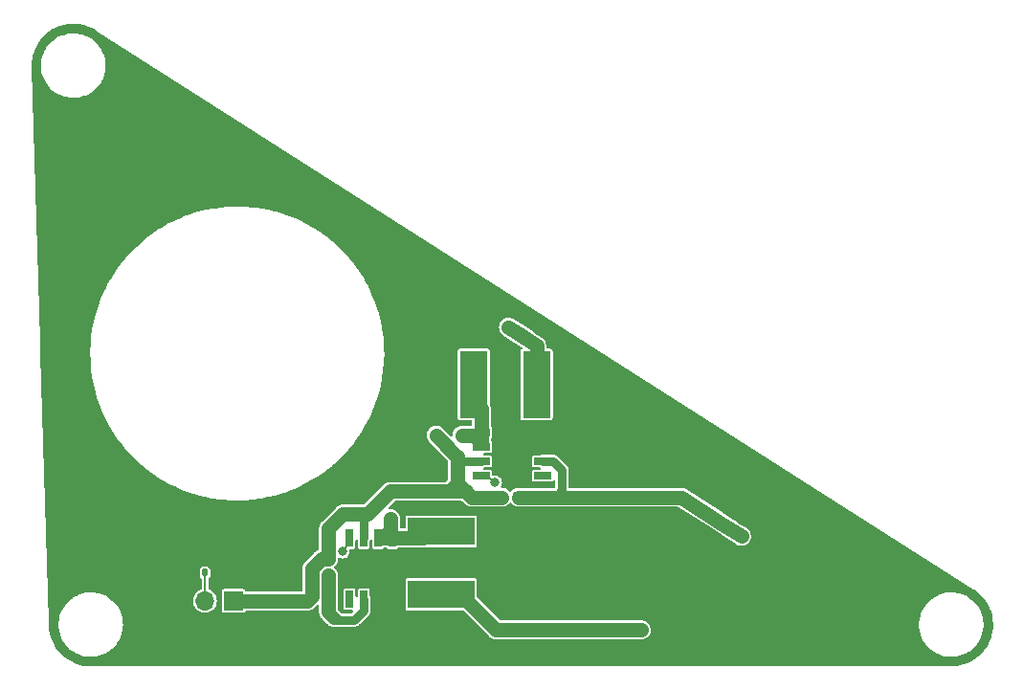
<source format=gbl>
G04 #@! TF.GenerationSoftware,KiCad,Pcbnew,(6.0.0)*
G04 #@! TF.CreationDate,2022-02-12T00:08:26-05:00*
G04 #@! TF.ProjectId,FalconRHS,46616c63-6f6e-4524-9853-2e6b69636164,1A*
G04 #@! TF.SameCoordinates,Original*
G04 #@! TF.FileFunction,Copper,L2,Bot*
G04 #@! TF.FilePolarity,Positive*
%FSLAX46Y46*%
G04 Gerber Fmt 4.6, Leading zero omitted, Abs format (unit mm)*
G04 Created by KiCad (PCBNEW (6.0.0)) date 2022-02-12 00:08:26*
%MOMM*%
%LPD*%
G01*
G04 APERTURE LIST*
G04 Aperture macros list*
%AMRoundRect*
0 Rectangle with rounded corners*
0 $1 Rounding radius*
0 $2 $3 $4 $5 $6 $7 $8 $9 X,Y pos of 4 corners*
0 Add a 4 corners polygon primitive as box body*
4,1,4,$2,$3,$4,$5,$6,$7,$8,$9,$2,$3,0*
0 Add four circle primitives for the rounded corners*
1,1,$1+$1,$2,$3*
1,1,$1+$1,$4,$5*
1,1,$1+$1,$6,$7*
1,1,$1+$1,$8,$9*
0 Add four rect primitives between the rounded corners*
20,1,$1+$1,$2,$3,$4,$5,0*
20,1,$1+$1,$4,$5,$6,$7,0*
20,1,$1+$1,$6,$7,$8,$9,0*
20,1,$1+$1,$8,$9,$2,$3,0*%
G04 Aperture macros list end*
G04 #@! TA.AperFunction,SMDPad,CuDef*
%ADD10R,0.650000X1.500000*%
G04 #@! TD*
G04 #@! TA.AperFunction,SMDPad,CuDef*
%ADD11R,3.600000X2.700000*%
G04 #@! TD*
G04 #@! TA.AperFunction,ComponentPad*
%ADD12R,1.700000X1.700000*%
G04 #@! TD*
G04 #@! TA.AperFunction,ComponentPad*
%ADD13O,1.700000X1.700000*%
G04 #@! TD*
G04 #@! TA.AperFunction,SMDPad,CuDef*
%ADD14RoundRect,0.135000X-0.135000X-0.185000X0.135000X-0.185000X0.135000X0.185000X-0.135000X0.185000X0*%
G04 #@! TD*
G04 #@! TA.AperFunction,SMDPad,CuDef*
%ADD15R,2.450000X5.900000*%
G04 #@! TD*
G04 #@! TA.AperFunction,SMDPad,CuDef*
%ADD16R,5.900000X2.450000*%
G04 #@! TD*
G04 #@! TA.AperFunction,SMDPad,CuDef*
%ADD17RoundRect,0.135000X0.185000X-0.135000X0.185000X0.135000X-0.185000X0.135000X-0.185000X-0.135000X0*%
G04 #@! TD*
G04 #@! TA.AperFunction,SMDPad,CuDef*
%ADD18RoundRect,0.250000X-0.325000X-1.100000X0.325000X-1.100000X0.325000X1.100000X-0.325000X1.100000X0*%
G04 #@! TD*
G04 #@! TA.AperFunction,SMDPad,CuDef*
%ADD19R,0.900000X0.800000*%
G04 #@! TD*
G04 #@! TA.AperFunction,SMDPad,CuDef*
%ADD20RoundRect,0.250000X-1.100000X0.325000X-1.100000X-0.325000X1.100000X-0.325000X1.100000X0.325000X0*%
G04 #@! TD*
G04 #@! TA.AperFunction,SMDPad,CuDef*
%ADD21RoundRect,0.135000X0.135000X0.185000X-0.135000X0.185000X-0.135000X-0.185000X0.135000X-0.185000X0*%
G04 #@! TD*
G04 #@! TA.AperFunction,SMDPad,CuDef*
%ADD22R,0.800000X0.900000*%
G04 #@! TD*
G04 #@! TA.AperFunction,SMDPad,CuDef*
%ADD23R,1.500000X0.650000*%
G04 #@! TD*
G04 #@! TA.AperFunction,SMDPad,CuDef*
%ADD24R,2.700000X3.600000*%
G04 #@! TD*
G04 #@! TA.AperFunction,ViaPad*
%ADD25C,0.800000*%
G04 #@! TD*
G04 #@! TA.AperFunction,ViaPad*
%ADD26C,1.700000*%
G04 #@! TD*
G04 #@! TA.AperFunction,Conductor*
%ADD27C,1.270000*%
G04 #@! TD*
G04 #@! TA.AperFunction,Conductor*
%ADD28C,0.762000*%
G04 #@! TD*
G04 #@! TA.AperFunction,Conductor*
%ADD29C,0.203200*%
G04 #@! TD*
G04 APERTURE END LIST*
D10*
X135705000Y-121750000D03*
X134435000Y-121750000D03*
X133165000Y-121750000D03*
X131895000Y-121750000D03*
X131895000Y-116350000D03*
X133165000Y-116350000D03*
X134435000Y-116350000D03*
X135705000Y-116350000D03*
D11*
X133800000Y-119050000D03*
D12*
X121640000Y-121900000D03*
D13*
X119100000Y-121900000D03*
X116560000Y-121900000D03*
D14*
X118090000Y-119400000D03*
X119110000Y-119400000D03*
D15*
X142891600Y-102750000D03*
X148441600Y-102750000D03*
D16*
X140000000Y-115775000D03*
X140000000Y-121325000D03*
D17*
X130100000Y-119460000D03*
X130100000Y-118440000D03*
D18*
X138525000Y-110030500D03*
X141475000Y-110030500D03*
D19*
X135500000Y-112300000D03*
X135500000Y-114600000D03*
D20*
X132700000Y-111275000D03*
X132700000Y-114225000D03*
D21*
X146620000Y-112630500D03*
X145600000Y-112630500D03*
D22*
X139550000Y-107250000D03*
X141850000Y-107250000D03*
D23*
X148966600Y-107025500D03*
X148966600Y-108295500D03*
X148966600Y-109565500D03*
X148966600Y-110835500D03*
X143566600Y-110835500D03*
X143566600Y-109565500D03*
X143566600Y-108295500D03*
X143566600Y-107025500D03*
D24*
X146266600Y-108930500D03*
D25*
X145700000Y-117400000D03*
X150500000Y-107850000D03*
D26*
X146266600Y-108930500D03*
X133800000Y-119050000D03*
D25*
X132200000Y-110050000D03*
X137100000Y-109450000D03*
X143850000Y-117450000D03*
X137100000Y-110600000D03*
X133400000Y-110050000D03*
X145700000Y-118450000D03*
X143850000Y-118450000D03*
X131300000Y-117550000D03*
X144772665Y-111415146D03*
X164931479Y-115118521D03*
X165752028Y-115647972D03*
X166572577Y-116177423D03*
X146750000Y-98200000D03*
X145961482Y-97688518D03*
X147538518Y-98711482D03*
X130035000Y-121365000D03*
X130035000Y-122365000D03*
X130035000Y-120365000D03*
X156699980Y-124450000D03*
X157699980Y-124450000D03*
X155699980Y-124450000D03*
D27*
X148966600Y-107930500D02*
X147266600Y-107930500D01*
X134800000Y-120050000D02*
X134800000Y-121750000D01*
X148966600Y-107025500D02*
X148966600Y-107930500D01*
X147266600Y-107930500D02*
X146266600Y-108930500D01*
X135705000Y-121750000D02*
X134800000Y-121750000D01*
X133800000Y-119050000D02*
X134800000Y-120050000D01*
X141475000Y-111487922D02*
X140747902Y-112215020D01*
D28*
X133165000Y-116350000D02*
X133165000Y-114690000D01*
D27*
X131310978Y-114225000D02*
X130035000Y-115500978D01*
X130035000Y-118180480D02*
X129426305Y-118180480D01*
X128565480Y-119041305D02*
X128565480Y-121515480D01*
D28*
X141940000Y-109565500D02*
X141475000Y-110030500D01*
X133165000Y-114690000D02*
X132700000Y-114225000D01*
D27*
X121640000Y-121900000D02*
X128180960Y-121900000D01*
X139550000Y-107250000D02*
X141475000Y-109175000D01*
X141475000Y-110030500D02*
X141475000Y-111487922D01*
X132700000Y-114225000D02*
X133525000Y-114225000D01*
X129426305Y-118180480D02*
X128565480Y-119041305D01*
X132700000Y-114225000D02*
X131310978Y-114225000D01*
X140747902Y-112215020D02*
X135534980Y-112215020D01*
X141475000Y-110030500D02*
X141475000Y-109138900D01*
X133525000Y-114225000D02*
X135534980Y-112215020D01*
X130035000Y-115500978D02*
X130035000Y-118180480D01*
X142717578Y-112730500D02*
X145366600Y-112730500D01*
X128180960Y-121900000D02*
X128565480Y-121515480D01*
X140747902Y-112215020D02*
X142202098Y-112215020D01*
X141475000Y-111487922D02*
X142717578Y-112730500D01*
D28*
X143566600Y-109565500D02*
X141940000Y-109565500D01*
D27*
X143566600Y-107930500D02*
X143566600Y-104930500D01*
X142886100Y-107250000D02*
X143566600Y-107930500D01*
X143566600Y-104930500D02*
X142891600Y-104255500D01*
X141850000Y-107250000D02*
X142886100Y-107250000D01*
X134800000Y-116350000D02*
X138400000Y-116350000D01*
X135500000Y-114600000D02*
X135500000Y-115650000D01*
X135500000Y-115650000D02*
X134800000Y-116350000D01*
D29*
X144656246Y-111415146D02*
X144071600Y-110830500D01*
X119100000Y-119410000D02*
X119100000Y-121900000D01*
X131300000Y-117450000D02*
X131895000Y-116855000D01*
X131300000Y-117550000D02*
X131300000Y-117450000D01*
X144772665Y-111415146D02*
X144656246Y-111415146D01*
D28*
X148966600Y-109565500D02*
X149932622Y-109565500D01*
X150666600Y-110299478D02*
X150666600Y-112130500D01*
D27*
X150066600Y-112730500D02*
X161230500Y-112730500D01*
X165752028Y-115647972D02*
X166572577Y-116177423D01*
D28*
X150666600Y-112130500D02*
X150066600Y-112730500D01*
D27*
X150066600Y-112730500D02*
X146866600Y-112730500D01*
X164931479Y-115118521D02*
X165752028Y-115647972D01*
X161230500Y-112730500D02*
X164931479Y-115118521D01*
D28*
X149932622Y-109565500D02*
X150666600Y-110299478D01*
D27*
X148445800Y-99300000D02*
X148441600Y-102750000D01*
X146750000Y-98200000D02*
X145961482Y-97688518D01*
X148445800Y-99300000D02*
X147538518Y-98711482D01*
X147538518Y-98711482D02*
X146750000Y-98200000D01*
D28*
X129847541Y-123020918D02*
X130018459Y-122850000D01*
D27*
X130035000Y-122850000D02*
X130035000Y-122365000D01*
X130035000Y-120365000D02*
X130035000Y-119650000D01*
D28*
X133165000Y-121750000D02*
X133165000Y-122751022D01*
X130018459Y-122850000D02*
X130035000Y-122850000D01*
X132327214Y-123588808D02*
X130415431Y-123588808D01*
D27*
X130035000Y-121365000D02*
X130035000Y-120365000D01*
D28*
X130035000Y-122365000D02*
X130035000Y-122685000D01*
X130035000Y-122685000D02*
X130950000Y-123600000D01*
X130415431Y-123588808D02*
X129847541Y-123020918D01*
X133165000Y-122751022D02*
X132327214Y-123588808D01*
D27*
X130035000Y-122365000D02*
X130035000Y-121365000D01*
X144850000Y-124450000D02*
X141725000Y-121325000D01*
X156699980Y-124450000D02*
X157699980Y-124450000D01*
X155699980Y-124450000D02*
X156699980Y-124450000D01*
X155699980Y-124450000D02*
X144850000Y-124450000D01*
G04 #@! TA.AperFunction,Conductor*
G36*
X107598031Y-70842088D02*
G01*
X107732689Y-70845438D01*
X107742575Y-70846173D01*
X107857594Y-70860446D01*
X108094584Y-70889854D01*
X108104331Y-70891554D01*
X108358368Y-70948908D01*
X108450339Y-70969673D01*
X108459890Y-70972330D01*
X108796521Y-71084124D01*
X108805765Y-71087709D01*
X109129748Y-71232090D01*
X109138593Y-71236566D01*
X109423451Y-71398840D01*
X109441609Y-71412072D01*
X109442135Y-71412554D01*
X109442139Y-71412557D01*
X109448629Y-71418502D01*
X109456761Y-71421869D01*
X109465122Y-71425331D01*
X109480679Y-71433427D01*
X187086387Y-120860380D01*
X187100301Y-120871054D01*
X187106973Y-120877167D01*
X187106976Y-120877169D01*
X187113463Y-120883112D01*
X187122227Y-120886741D01*
X187141915Y-120897614D01*
X187410665Y-121088109D01*
X187418475Y-121094247D01*
X187687345Y-121327996D01*
X187694517Y-121334884D01*
X187938951Y-121594056D01*
X187945416Y-121601630D01*
X188163025Y-121883689D01*
X188168710Y-121891863D01*
X188357375Y-122194060D01*
X188362220Y-122202750D01*
X188520090Y-122522126D01*
X188524050Y-122531249D01*
X188540489Y-122574914D01*
X188649570Y-122864656D01*
X188652613Y-122874137D01*
X188744561Y-123218324D01*
X188746651Y-123228059D01*
X188804121Y-123579637D01*
X188805239Y-123589529D01*
X188820774Y-123835748D01*
X188827671Y-123945067D01*
X188827806Y-123955019D01*
X188825976Y-124005821D01*
X188814980Y-124311053D01*
X188814129Y-124320973D01*
X188766172Y-124673978D01*
X188764347Y-124683756D01*
X188688825Y-125000525D01*
X188681728Y-125030294D01*
X188678943Y-125039853D01*
X188562466Y-125376538D01*
X188558748Y-125385776D01*
X188409565Y-125709282D01*
X188404953Y-125718106D01*
X188224525Y-126025271D01*
X188219063Y-126033597D01*
X188009137Y-126321443D01*
X188002879Y-126329187D01*
X187765539Y-126594856D01*
X187758549Y-126601942D01*
X187496098Y-126842857D01*
X187488451Y-126849209D01*
X187203463Y-127063004D01*
X187195226Y-127068568D01*
X187139031Y-127102606D01*
X186890498Y-127253143D01*
X186881736Y-127257873D01*
X186560284Y-127411405D01*
X186551100Y-127415246D01*
X186216008Y-127536261D01*
X186206503Y-127539170D01*
X185923617Y-127610664D01*
X185861110Y-127626461D01*
X185851351Y-127628419D01*
X185715003Y-127648821D01*
X185499029Y-127681137D01*
X185489121Y-127682122D01*
X185160111Y-127698425D01*
X185137662Y-127697019D01*
X185137658Y-127697018D01*
X185128322Y-127695372D01*
X185119656Y-127696900D01*
X185119655Y-127696900D01*
X185111920Y-127698264D01*
X185110747Y-127698471D01*
X185110741Y-127698472D01*
X185093272Y-127700000D01*
X147059842Y-127699999D01*
X109035051Y-127699999D01*
X109017582Y-127698471D01*
X109008667Y-127696899D01*
X109000001Y-127695371D01*
X108991334Y-127696899D01*
X108991333Y-127696899D01*
X108990459Y-127697053D01*
X108968154Y-127698465D01*
X108763369Y-127688604D01*
X108649318Y-127683112D01*
X108639692Y-127682182D01*
X108468372Y-127657279D01*
X108297054Y-127632376D01*
X108287555Y-127630525D01*
X108183301Y-127604948D01*
X107951271Y-127548023D01*
X107942009Y-127545271D01*
X107778616Y-127488057D01*
X107615231Y-127430845D01*
X107606262Y-127427212D01*
X107291978Y-127281912D01*
X107283399Y-127277433D01*
X107136741Y-127191644D01*
X106984523Y-127102602D01*
X106976427Y-127097327D01*
X106774938Y-126951797D01*
X106695749Y-126894601D01*
X106688185Y-126888564D01*
X106428276Y-126659797D01*
X106421328Y-126653061D01*
X106184611Y-126400389D01*
X106178342Y-126393017D01*
X105966994Y-126118764D01*
X105961462Y-126110824D01*
X105913008Y-126033597D01*
X105777434Y-125817516D01*
X105772706Y-125809107D01*
X105617714Y-125499476D01*
X105613804Y-125490624D01*
X105520995Y-125249824D01*
X105489286Y-125167552D01*
X105486245Y-125158367D01*
X105460031Y-125064248D01*
X105393344Y-124824816D01*
X105391200Y-124815385D01*
X105389221Y-124804215D01*
X105330779Y-124474460D01*
X105329551Y-124464866D01*
X105318136Y-124320973D01*
X105304306Y-124146656D01*
X105305025Y-124124321D01*
X105306410Y-124114733D01*
X105302765Y-124097255D01*
X105300696Y-124079849D01*
X105293728Y-123855531D01*
X106148142Y-123855531D01*
X106148165Y-123858469D01*
X106148165Y-123858470D01*
X106149082Y-123975156D01*
X106150763Y-124189246D01*
X106151129Y-124192163D01*
X106190055Y-124502469D01*
X106192301Y-124520376D01*
X106272188Y-124844399D01*
X106389334Y-125156888D01*
X106390681Y-125159503D01*
X106390683Y-125159508D01*
X106502461Y-125376538D01*
X106542138Y-125453575D01*
X106728514Y-125730409D01*
X106945914Y-125983607D01*
X106948084Y-125985606D01*
X106948086Y-125985608D01*
X107084019Y-126110824D01*
X107191371Y-126209712D01*
X107461532Y-126405635D01*
X107464101Y-126407074D01*
X107464103Y-126407075D01*
X107750134Y-126567261D01*
X107750139Y-126567264D01*
X107752706Y-126568701D01*
X108060916Y-126696681D01*
X108150435Y-126722097D01*
X108379123Y-126787025D01*
X108379131Y-126787027D01*
X108381953Y-126787828D01*
X108384849Y-126788294D01*
X108384856Y-126788296D01*
X108708731Y-126840462D01*
X108711432Y-126840897D01*
X108714157Y-126841035D01*
X108714166Y-126841036D01*
X108899713Y-126850435D01*
X108899723Y-126850435D01*
X108901001Y-126850500D01*
X109085676Y-126850500D01*
X109087142Y-126850414D01*
X109087148Y-126850414D01*
X109179230Y-126845024D01*
X109333155Y-126836014D01*
X109497457Y-126806895D01*
X109658856Y-126778291D01*
X109658861Y-126778290D01*
X109661760Y-126777776D01*
X109664572Y-126776930D01*
X109664579Y-126776928D01*
X109978521Y-126682442D01*
X109978522Y-126682441D01*
X109981325Y-126681598D01*
X109984012Y-126680433D01*
X109984016Y-126680431D01*
X110164952Y-126601945D01*
X110287488Y-126548792D01*
X110536925Y-126403907D01*
X110573525Y-126382648D01*
X110573528Y-126382646D01*
X110576064Y-126381173D01*
X110578408Y-126379417D01*
X110578413Y-126379413D01*
X110840751Y-126182802D01*
X110843114Y-126181031D01*
X111006965Y-126025271D01*
X111082861Y-125953122D01*
X111082862Y-125953121D01*
X111084989Y-125951099D01*
X111086860Y-125948850D01*
X111086866Y-125948843D01*
X111296507Y-125696777D01*
X111296512Y-125696770D01*
X111298386Y-125694517D01*
X111299987Y-125692057D01*
X111299991Y-125692051D01*
X111425289Y-125499476D01*
X111480390Y-125414790D01*
X111541742Y-125290927D01*
X111606835Y-125159508D01*
X111628515Y-125115739D01*
X111630271Y-125110823D01*
X111739750Y-124804215D01*
X111740738Y-124801448D01*
X111815526Y-124476211D01*
X111816769Y-124464866D01*
X111851538Y-124147392D01*
X111851538Y-124147390D01*
X111851858Y-124144469D01*
X111851819Y-124139434D01*
X111849260Y-123813695D01*
X111849237Y-123810754D01*
X111829243Y-123651364D01*
X111808065Y-123482540D01*
X111808064Y-123482537D01*
X111807699Y-123479624D01*
X111800435Y-123450159D01*
X111779199Y-123364028D01*
X111727812Y-123155601D01*
X111610666Y-122843112D01*
X111607889Y-122837719D01*
X111459208Y-122549038D01*
X111459206Y-122549035D01*
X111457862Y-122546425D01*
X111271486Y-122269591D01*
X111054086Y-122016393D01*
X110962843Y-121932343D01*
X110911683Y-121885217D01*
X118041305Y-121885217D01*
X118058596Y-122091133D01*
X118115555Y-122289770D01*
X118210010Y-122473560D01*
X118213063Y-122477412D01*
X118213065Y-122477415D01*
X118267762Y-122546425D01*
X118338364Y-122635503D01*
X118495730Y-122769431D01*
X118676111Y-122870243D01*
X118680792Y-122871764D01*
X118867959Y-122932579D01*
X118867965Y-122932580D01*
X118872639Y-122934099D01*
X118877521Y-122934681D01*
X118877525Y-122934682D01*
X119072936Y-122957983D01*
X119072937Y-122957983D01*
X119077826Y-122958566D01*
X119283858Y-122942712D01*
X119288599Y-122941388D01*
X119288601Y-122941388D01*
X119478145Y-122888467D01*
X119482887Y-122887143D01*
X119667332Y-122793973D01*
X119697934Y-122770064D01*
X120586300Y-122770064D01*
X120598119Y-122829480D01*
X120643140Y-122896860D01*
X120710520Y-122941881D01*
X120769936Y-122953700D01*
X122510064Y-122953700D01*
X122569480Y-122941881D01*
X122636860Y-122896860D01*
X122681881Y-122829480D01*
X122683813Y-122819765D01*
X122683816Y-122819759D01*
X122683833Y-122819671D01*
X122683906Y-122819541D01*
X122687606Y-122810608D01*
X122688663Y-122811046D01*
X122714214Y-122765425D01*
X122770677Y-122739397D01*
X122782499Y-122738700D01*
X128141473Y-122738700D01*
X128149891Y-122739053D01*
X128196141Y-122742937D01*
X128196142Y-122742937D01*
X128201572Y-122743393D01*
X128236744Y-122738700D01*
X128280483Y-122732864D01*
X128282924Y-122732568D01*
X128300466Y-122730662D01*
X128362120Y-122723965D01*
X128367286Y-122722227D01*
X128372070Y-122721175D01*
X128376796Y-122720014D01*
X128382198Y-122719293D01*
X128457057Y-122692046D01*
X128459335Y-122691248D01*
X128534829Y-122665842D01*
X128539496Y-122663038D01*
X128543913Y-122660997D01*
X128548311Y-122658833D01*
X128553434Y-122656968D01*
X128571273Y-122645647D01*
X128620675Y-122614295D01*
X128622767Y-122613003D01*
X128686359Y-122574793D01*
X128686360Y-122574792D01*
X128691027Y-122571988D01*
X128694982Y-122568248D01*
X128699327Y-122564950D01*
X128699561Y-122565258D01*
X128700749Y-122564333D01*
X128700517Y-122564026D01*
X128703810Y-122561535D01*
X128707293Y-122559325D01*
X128711473Y-122555588D01*
X128764468Y-122502593D01*
X128766482Y-122500634D01*
X128795112Y-122473560D01*
X128823428Y-122446783D01*
X128826487Y-122442281D01*
X128830022Y-122438128D01*
X128830184Y-122438266D01*
X128836834Y-122430227D01*
X129024565Y-122242496D01*
X129079963Y-122214270D01*
X129141371Y-122223996D01*
X129185335Y-122267960D01*
X129196300Y-122313631D01*
X129196300Y-122895520D01*
X129196593Y-122898214D01*
X129196593Y-122898220D01*
X129208096Y-123004108D01*
X129211035Y-123031160D01*
X129269158Y-123203869D01*
X129271964Y-123208539D01*
X129277844Y-123218324D01*
X129363012Y-123360067D01*
X129366749Y-123364019D01*
X129366756Y-123364028D01*
X129400655Y-123399875D01*
X129407368Y-123407749D01*
X129430528Y-123437931D01*
X129446469Y-123450163D01*
X129458320Y-123460852D01*
X129473371Y-123476768D01*
X129488217Y-123492468D01*
X129492721Y-123495529D01*
X129492727Y-123495534D01*
X129492785Y-123495573D01*
X129507376Y-123507643D01*
X129970224Y-123970491D01*
X129978902Y-123980387D01*
X129994402Y-124000588D01*
X129994405Y-124000591D01*
X129998418Y-124005821D01*
X130003648Y-124009834D01*
X130029082Y-124029350D01*
X130027718Y-124031127D01*
X130027719Y-124031128D01*
X130029083Y-124029351D01*
X130120558Y-124099542D01*
X130148174Y-124110981D01*
X130256700Y-124155934D01*
X130256701Y-124155934D01*
X130262794Y-124158458D01*
X130269332Y-124159319D01*
X130269333Y-124159319D01*
X130408891Y-124177693D01*
X130415431Y-124178554D01*
X130447218Y-124174369D01*
X130460349Y-124173508D01*
X130820082Y-124173508D01*
X130833211Y-124174369D01*
X130950000Y-124189745D01*
X131066792Y-124174369D01*
X131079923Y-124173508D01*
X132282304Y-124173508D01*
X132295433Y-124174369D01*
X132327214Y-124178553D01*
X132365533Y-124173508D01*
X132365535Y-124173508D01*
X132427236Y-124165385D01*
X132473313Y-124159319D01*
X132473315Y-124159318D01*
X132479851Y-124158458D01*
X132585412Y-124114733D01*
X132622087Y-124099542D01*
X132627317Y-124095528D01*
X132627320Y-124095527D01*
X132681524Y-124053934D01*
X132681525Y-124053933D01*
X132711247Y-124031127D01*
X132744227Y-124005821D01*
X132748240Y-124000591D01*
X132748245Y-124000586D01*
X132763748Y-123980382D01*
X132772424Y-123970488D01*
X133546685Y-123196228D01*
X133556579Y-123187551D01*
X133576783Y-123172048D01*
X133582013Y-123168035D01*
X133656203Y-123071348D01*
X133675734Y-123045895D01*
X133705551Y-122973909D01*
X133718317Y-122943090D01*
X133732128Y-122909748D01*
X133732128Y-122909747D01*
X133734650Y-122903659D01*
X133749700Y-122789343D01*
X133749700Y-122789341D01*
X133754745Y-122751022D01*
X133750561Y-122719241D01*
X133749700Y-122706110D01*
X133749700Y-122570064D01*
X136846300Y-122570064D01*
X136858119Y-122629480D01*
X136903140Y-122696860D01*
X136970520Y-122741881D01*
X137029936Y-122753700D01*
X141925929Y-122753700D01*
X141985060Y-122772913D01*
X141997064Y-122783165D01*
X144229026Y-125015127D01*
X144234729Y-125021329D01*
X144246409Y-125035150D01*
X144268206Y-125060944D01*
X144331462Y-125109307D01*
X144333395Y-125110823D01*
X144387255Y-125154127D01*
X144395468Y-125160730D01*
X144400348Y-125163152D01*
X144404476Y-125165792D01*
X144408639Y-125168313D01*
X144412969Y-125171624D01*
X144417906Y-125173926D01*
X144485173Y-125205293D01*
X144487390Y-125206360D01*
X144558691Y-125241755D01*
X144563982Y-125243074D01*
X144568601Y-125244774D01*
X144573188Y-125246335D01*
X144578122Y-125248636D01*
X144655845Y-125266009D01*
X144658187Y-125266562D01*
X144735504Y-125285839D01*
X144740947Y-125285991D01*
X144746349Y-125286731D01*
X144746296Y-125287115D01*
X144747788Y-125287300D01*
X144747841Y-125286919D01*
X144751931Y-125287486D01*
X144755960Y-125288387D01*
X144760122Y-125288620D01*
X144760142Y-125288621D01*
X144760148Y-125288621D01*
X144761558Y-125288700D01*
X144836517Y-125288700D01*
X144839326Y-125288739D01*
X144912213Y-125290775D01*
X144912214Y-125290775D01*
X144917659Y-125290927D01*
X144923011Y-125289906D01*
X144928441Y-125289469D01*
X144928458Y-125289682D01*
X144938843Y-125288700D01*
X157745500Y-125288700D01*
X157748194Y-125288407D01*
X157748200Y-125288407D01*
X157875729Y-125274553D01*
X157875731Y-125274553D01*
X157881140Y-125273965D01*
X157886297Y-125272229D01*
X157886299Y-125272229D01*
X157984056Y-125239330D01*
X158053849Y-125215842D01*
X158073063Y-125204297D01*
X158205379Y-125124793D01*
X158205380Y-125124792D01*
X158210047Y-125121988D01*
X158274599Y-125060944D01*
X158338491Y-125000525D01*
X158342448Y-124996783D01*
X158444874Y-124846067D01*
X158446894Y-124841017D01*
X158446896Y-124841013D01*
X158510524Y-124681931D01*
X158510524Y-124681930D01*
X158512547Y-124676873D01*
X158542310Y-124497094D01*
X158532773Y-124315117D01*
X158495157Y-124178554D01*
X158485828Y-124144686D01*
X158485827Y-124144683D01*
X158484381Y-124139434D01*
X158399393Y-123978240D01*
X158298180Y-123858470D01*
X158295696Y-123855531D01*
X182268142Y-123855531D01*
X182268165Y-123858469D01*
X182268165Y-123858470D01*
X182269082Y-123975156D01*
X182270763Y-124189246D01*
X182271129Y-124192163D01*
X182310055Y-124502469D01*
X182312301Y-124520376D01*
X182392188Y-124844399D01*
X182509334Y-125156888D01*
X182510681Y-125159503D01*
X182510683Y-125159508D01*
X182622461Y-125376538D01*
X182662138Y-125453575D01*
X182848514Y-125730409D01*
X183065914Y-125983607D01*
X183068084Y-125985606D01*
X183068086Y-125985608D01*
X183204019Y-126110824D01*
X183311371Y-126209712D01*
X183581532Y-126405635D01*
X183584101Y-126407074D01*
X183584103Y-126407075D01*
X183870134Y-126567261D01*
X183870139Y-126567264D01*
X183872706Y-126568701D01*
X184180916Y-126696681D01*
X184270435Y-126722097D01*
X184499123Y-126787025D01*
X184499131Y-126787027D01*
X184501953Y-126787828D01*
X184504849Y-126788294D01*
X184504856Y-126788296D01*
X184828731Y-126840462D01*
X184831432Y-126840897D01*
X184834157Y-126841035D01*
X184834166Y-126841036D01*
X185019713Y-126850435D01*
X185019723Y-126850435D01*
X185021001Y-126850500D01*
X185205676Y-126850500D01*
X185207142Y-126850414D01*
X185207148Y-126850414D01*
X185299230Y-126845024D01*
X185453155Y-126836014D01*
X185617457Y-126806895D01*
X185778856Y-126778291D01*
X185778861Y-126778290D01*
X185781760Y-126777776D01*
X185784572Y-126776930D01*
X185784579Y-126776928D01*
X186098521Y-126682442D01*
X186098522Y-126682441D01*
X186101325Y-126681598D01*
X186104012Y-126680433D01*
X186104016Y-126680431D01*
X186284952Y-126601945D01*
X186407488Y-126548792D01*
X186656925Y-126403907D01*
X186693525Y-126382648D01*
X186693528Y-126382646D01*
X186696064Y-126381173D01*
X186698408Y-126379417D01*
X186698413Y-126379413D01*
X186960751Y-126182802D01*
X186963114Y-126181031D01*
X187126965Y-126025271D01*
X187202861Y-125953122D01*
X187202862Y-125953121D01*
X187204989Y-125951099D01*
X187206860Y-125948850D01*
X187206866Y-125948843D01*
X187416507Y-125696777D01*
X187416512Y-125696770D01*
X187418386Y-125694517D01*
X187419987Y-125692057D01*
X187419991Y-125692051D01*
X187545289Y-125499476D01*
X187600390Y-125414790D01*
X187661742Y-125290927D01*
X187726835Y-125159508D01*
X187748515Y-125115739D01*
X187750271Y-125110823D01*
X187859750Y-124804215D01*
X187860738Y-124801448D01*
X187935526Y-124476211D01*
X187936769Y-124464866D01*
X187971538Y-124147392D01*
X187971538Y-124147390D01*
X187971858Y-124144469D01*
X187971819Y-124139434D01*
X187969260Y-123813695D01*
X187969237Y-123810754D01*
X187949243Y-123651364D01*
X187928065Y-123482540D01*
X187928064Y-123482537D01*
X187927699Y-123479624D01*
X187920435Y-123450159D01*
X187899199Y-123364028D01*
X187847812Y-123155601D01*
X187730666Y-122843112D01*
X187727889Y-122837719D01*
X187579208Y-122549038D01*
X187579206Y-122549035D01*
X187577862Y-122546425D01*
X187391486Y-122269591D01*
X187174086Y-122016393D01*
X187082843Y-121932343D01*
X186930796Y-121792284D01*
X186930795Y-121792283D01*
X186928629Y-121790288D01*
X186658468Y-121594365D01*
X186653870Y-121591790D01*
X186369866Y-121432739D01*
X186369861Y-121432736D01*
X186367294Y-121431299D01*
X186059084Y-121303319D01*
X185969565Y-121277903D01*
X185740877Y-121212975D01*
X185740869Y-121212973D01*
X185738047Y-121212172D01*
X185735151Y-121211706D01*
X185735144Y-121211704D01*
X185411269Y-121159538D01*
X185411268Y-121159538D01*
X185408568Y-121159103D01*
X185405843Y-121158965D01*
X185405834Y-121158964D01*
X185220287Y-121149565D01*
X185220277Y-121149565D01*
X185218999Y-121149500D01*
X185034324Y-121149500D01*
X185032858Y-121149586D01*
X185032852Y-121149586D01*
X184958556Y-121153935D01*
X184786845Y-121163986D01*
X184622542Y-121193105D01*
X184461144Y-121221709D01*
X184461139Y-121221710D01*
X184458240Y-121222224D01*
X184455428Y-121223070D01*
X184455421Y-121223072D01*
X184141479Y-121317558D01*
X184138675Y-121318402D01*
X184135988Y-121319567D01*
X184135984Y-121319569D01*
X184109028Y-121331262D01*
X183832512Y-121451208D01*
X183829964Y-121452688D01*
X183565496Y-121606304D01*
X183543936Y-121618827D01*
X183541592Y-121620583D01*
X183541587Y-121620587D01*
X183420043Y-121711679D01*
X183276886Y-121818969D01*
X183274746Y-121821003D01*
X183274744Y-121821005D01*
X183066851Y-122018633D01*
X183035011Y-122048901D01*
X183033140Y-122051150D01*
X183033134Y-122051157D01*
X182823493Y-122303223D01*
X182823488Y-122303230D01*
X182821614Y-122305483D01*
X182820013Y-122307943D01*
X182820009Y-122307949D01*
X182715102Y-122469184D01*
X182639610Y-122585210D01*
X182638308Y-122587840D01*
X182638305Y-122587844D01*
X182574120Y-122717429D01*
X182491485Y-122884261D01*
X182490501Y-122887018D01*
X182490498Y-122887024D01*
X182440964Y-123025749D01*
X182379262Y-123198552D01*
X182304474Y-123523789D01*
X182304154Y-123526714D01*
X182304153Y-123526718D01*
X182269946Y-123839056D01*
X182268142Y-123855531D01*
X158295696Y-123855531D01*
X158285289Y-123843215D01*
X158285287Y-123843213D01*
X158281774Y-123839056D01*
X158137011Y-123728376D01*
X157971858Y-123651364D01*
X157794020Y-123611613D01*
X157789903Y-123611383D01*
X157789897Y-123611382D01*
X157789838Y-123611379D01*
X157789832Y-123611379D01*
X157788422Y-123611300D01*
X145239071Y-123611300D01*
X145179940Y-123592087D01*
X145167936Y-123581835D01*
X143183165Y-121597064D01*
X143154939Y-121541666D01*
X143153700Y-121525929D01*
X143153700Y-120079936D01*
X143141881Y-120020520D01*
X143096860Y-119953140D01*
X143029480Y-119908119D01*
X142970064Y-119896300D01*
X137029936Y-119896300D01*
X136970520Y-119908119D01*
X136903140Y-119953140D01*
X136858119Y-120020520D01*
X136846300Y-120079936D01*
X136846300Y-122570064D01*
X133749700Y-122570064D01*
X133749700Y-121711679D01*
X133746798Y-121689630D01*
X133735511Y-121603901D01*
X133735510Y-121603899D01*
X133734650Y-121597363D01*
X133701358Y-121516990D01*
X133693700Y-121478492D01*
X133693700Y-120979936D01*
X133681881Y-120920520D01*
X133636860Y-120853140D01*
X133569480Y-120808119D01*
X133510064Y-120796300D01*
X132819936Y-120796300D01*
X132760520Y-120808119D01*
X132693140Y-120853140D01*
X132648119Y-120920520D01*
X132636300Y-120979936D01*
X132636300Y-121478492D01*
X132628642Y-121516990D01*
X132623461Y-121529499D01*
X132617242Y-121544512D01*
X132576863Y-121591790D01*
X132516407Y-121606304D01*
X132458965Y-121582511D01*
X132426480Y-121529499D01*
X132423700Y-121506014D01*
X132423700Y-120979936D01*
X132411881Y-120920520D01*
X132366860Y-120853140D01*
X132299480Y-120808119D01*
X132240064Y-120796300D01*
X131549936Y-120796300D01*
X131490520Y-120808119D01*
X131423140Y-120853140D01*
X131378119Y-120920520D01*
X131366300Y-120979936D01*
X131366300Y-122520064D01*
X131378119Y-122579480D01*
X131423140Y-122646860D01*
X131490520Y-122691881D01*
X131549936Y-122703700D01*
X132142562Y-122703700D01*
X132201693Y-122722913D01*
X132238238Y-122773213D01*
X132238238Y-122835387D01*
X132213697Y-122875435D01*
X132114489Y-122974643D01*
X132059091Y-123002869D01*
X132043354Y-123004108D01*
X131222669Y-123004108D01*
X131163538Y-122984895D01*
X131151534Y-122974643D01*
X130903165Y-122726275D01*
X130874939Y-122670878D01*
X130873700Y-122655140D01*
X130873700Y-119604480D01*
X130858965Y-119468840D01*
X130800842Y-119296131D01*
X130706988Y-119139933D01*
X130581783Y-119007532D01*
X130568494Y-118998501D01*
X130530388Y-118949374D01*
X130528436Y-118887231D01*
X130555921Y-118842204D01*
X130592209Y-118807889D01*
X130596396Y-118804145D01*
X130637480Y-118769427D01*
X130645944Y-118762274D01*
X130655385Y-118749925D01*
X130666179Y-118737939D01*
X130677468Y-118727263D01*
X130680529Y-118722759D01*
X130680534Y-118722753D01*
X130713934Y-118673604D01*
X130717222Y-118669045D01*
X130753314Y-118621840D01*
X130756624Y-118617511D01*
X130758925Y-118612577D01*
X130758929Y-118612570D01*
X130763194Y-118603423D01*
X130771163Y-118589394D01*
X130776834Y-118581049D01*
X130779894Y-118576547D01*
X130803992Y-118516299D01*
X130806209Y-118511176D01*
X130833636Y-118452358D01*
X130837027Y-118437189D01*
X130841798Y-118421776D01*
X130845544Y-118412410D01*
X130847567Y-118407353D01*
X130858165Y-118343340D01*
X130859237Y-118337828D01*
X130872486Y-118278554D01*
X130872487Y-118278546D01*
X130873387Y-118274520D01*
X130873700Y-118268922D01*
X130873700Y-118257771D01*
X130875051Y-118241340D01*
X130876440Y-118232949D01*
X130877330Y-118227574D01*
X130875003Y-118183166D01*
X130891095Y-118123111D01*
X130939414Y-118083984D01*
X131001503Y-118080730D01*
X131013964Y-118084960D01*
X131142403Y-118138161D01*
X131148939Y-118139021D01*
X131148941Y-118139022D01*
X131293460Y-118158048D01*
X131300000Y-118158909D01*
X131306540Y-118158048D01*
X131451059Y-118139022D01*
X131451061Y-118139021D01*
X131457597Y-118138161D01*
X131604455Y-118077331D01*
X131730564Y-117980564D01*
X131827331Y-117854454D01*
X131888161Y-117707597D01*
X131895711Y-117650253D01*
X131908048Y-117556540D01*
X131908909Y-117550000D01*
X131891456Y-117417431D01*
X131902786Y-117356298D01*
X131947886Y-117313500D01*
X131991195Y-117303700D01*
X132240064Y-117303700D01*
X132299480Y-117291881D01*
X132366860Y-117246860D01*
X132411881Y-117179480D01*
X132423700Y-117120064D01*
X132423700Y-116593986D01*
X132442913Y-116534855D01*
X132493213Y-116498310D01*
X132555387Y-116498310D01*
X132605687Y-116534855D01*
X132617241Y-116555487D01*
X132628642Y-116583010D01*
X132636300Y-116621508D01*
X132636300Y-117120064D01*
X132648119Y-117179480D01*
X132693140Y-117246860D01*
X132760520Y-117291881D01*
X132819936Y-117303700D01*
X133510064Y-117303700D01*
X133569480Y-117291881D01*
X133636860Y-117246860D01*
X133681881Y-117179480D01*
X133693700Y-117120064D01*
X133693700Y-116621508D01*
X133701358Y-116583010D01*
X133712758Y-116555488D01*
X133753137Y-116508210D01*
X133813593Y-116493696D01*
X133871035Y-116517489D01*
X133903520Y-116570501D01*
X133906300Y-116593986D01*
X133906300Y-117120064D01*
X133918119Y-117179480D01*
X133963140Y-117246860D01*
X134030520Y-117291881D01*
X134089936Y-117303700D01*
X134780064Y-117303700D01*
X134839480Y-117291881D01*
X134906860Y-117246860D01*
X134915847Y-117233410D01*
X134964674Y-117194918D01*
X134999493Y-117188700D01*
X135140507Y-117188700D01*
X135199638Y-117207913D01*
X135224153Y-117233410D01*
X135233140Y-117246860D01*
X135300520Y-117291881D01*
X135359936Y-117303700D01*
X136050064Y-117303700D01*
X136109480Y-117291881D01*
X136176860Y-117246860D01*
X136185847Y-117233410D01*
X136234674Y-117194918D01*
X136269493Y-117188700D01*
X136947880Y-117188700D01*
X136970267Y-117193153D01*
X136970520Y-117191881D01*
X137029936Y-117203700D01*
X142970064Y-117203700D01*
X143029480Y-117191881D01*
X143096860Y-117146860D01*
X143141881Y-117079480D01*
X143153700Y-117020064D01*
X143153700Y-114529936D01*
X143141881Y-114470520D01*
X143096860Y-114403140D01*
X143029480Y-114358119D01*
X142970064Y-114346300D01*
X137029936Y-114346300D01*
X136970520Y-114358119D01*
X136903140Y-114403140D01*
X136858119Y-114470520D01*
X136846300Y-114529936D01*
X136846300Y-115410700D01*
X136827087Y-115469831D01*
X136776787Y-115506376D01*
X136745700Y-115511300D01*
X136439300Y-115511300D01*
X136380169Y-115492087D01*
X136343624Y-115441787D01*
X136338700Y-115410700D01*
X136338700Y-114554480D01*
X136334702Y-114517671D01*
X136324553Y-114424251D01*
X136324553Y-114424249D01*
X136323965Y-114418840D01*
X136318682Y-114403140D01*
X136267579Y-114251293D01*
X136265842Y-114246131D01*
X136171988Y-114089933D01*
X136046783Y-113957532D01*
X135896067Y-113855106D01*
X135891017Y-113853086D01*
X135891013Y-113853084D01*
X135731931Y-113789456D01*
X135731930Y-113789456D01*
X135726873Y-113787433D01*
X135547094Y-113757670D01*
X135541654Y-113757955D01*
X135541653Y-113757955D01*
X135508383Y-113759699D01*
X135419753Y-113764344D01*
X135359699Y-113748252D01*
X135320571Y-113699934D01*
X135317317Y-113637845D01*
X135343354Y-113592747D01*
X135852916Y-113083185D01*
X135908314Y-113054959D01*
X135924051Y-113053720D01*
X140708415Y-113053720D01*
X140716833Y-113054073D01*
X140763083Y-113057957D01*
X140763084Y-113057957D01*
X140768514Y-113058413D01*
X140797061Y-113054604D01*
X140810367Y-113053720D01*
X141813027Y-113053720D01*
X141872158Y-113072933D01*
X141884162Y-113083185D01*
X142096604Y-113295627D01*
X142102306Y-113301828D01*
X142135784Y-113341444D01*
X142194453Y-113386300D01*
X142199035Y-113389803D01*
X142200968Y-113391319D01*
X142214860Y-113402488D01*
X142263046Y-113441231D01*
X142267926Y-113443654D01*
X142272017Y-113446270D01*
X142276216Y-113448813D01*
X142280547Y-113452124D01*
X142285487Y-113454427D01*
X142285486Y-113454427D01*
X142352704Y-113485772D01*
X142354917Y-113486837D01*
X142415931Y-113517123D01*
X142426269Y-113522255D01*
X142431550Y-113523572D01*
X142436151Y-113525265D01*
X142440769Y-113526837D01*
X142445700Y-113529136D01*
X142451012Y-113530323D01*
X142451017Y-113530325D01*
X142523411Y-113546506D01*
X142525771Y-113547063D01*
X142603083Y-113566339D01*
X142608526Y-113566491D01*
X142613928Y-113567231D01*
X142613875Y-113567614D01*
X142615366Y-113567800D01*
X142615419Y-113567419D01*
X142619509Y-113567986D01*
X142623538Y-113568887D01*
X142627700Y-113569120D01*
X142627720Y-113569121D01*
X142627726Y-113569121D01*
X142629136Y-113569200D01*
X142704076Y-113569200D01*
X142706885Y-113569239D01*
X142779792Y-113571276D01*
X142779793Y-113571276D01*
X142785238Y-113571428D01*
X142790590Y-113570407D01*
X142796020Y-113569970D01*
X142796037Y-113570182D01*
X142806427Y-113569200D01*
X145412120Y-113569200D01*
X145414814Y-113568907D01*
X145414820Y-113568907D01*
X145542349Y-113555053D01*
X145542351Y-113555053D01*
X145547760Y-113554465D01*
X145552917Y-113552729D01*
X145552919Y-113552729D01*
X145650667Y-113519833D01*
X145720469Y-113496342D01*
X145738060Y-113485772D01*
X145871999Y-113405293D01*
X145872000Y-113405292D01*
X145876667Y-113402488D01*
X145941219Y-113341444D01*
X146005111Y-113281025D01*
X146009068Y-113277283D01*
X146033311Y-113241610D01*
X146082439Y-113203503D01*
X146144582Y-113201551D01*
X146193352Y-113233222D01*
X146284806Y-113341444D01*
X146429569Y-113452124D01*
X146463686Y-113468033D01*
X146586421Y-113525265D01*
X146594722Y-113529136D01*
X146772560Y-113568887D01*
X146776677Y-113569117D01*
X146776683Y-113569118D01*
X146776742Y-113569121D01*
X146776748Y-113569121D01*
X146778158Y-113569200D01*
X160953766Y-113569200D01*
X161008309Y-113585269D01*
X163841912Y-115413624D01*
X164402433Y-115775295D01*
X164402443Y-115775302D01*
X165222976Y-116304742D01*
X165223008Y-116304764D01*
X166058939Y-116844139D01*
X166156105Y-116906834D01*
X166278068Y-116967993D01*
X166283355Y-116969334D01*
X166345895Y-116985196D01*
X166454702Y-117012793D01*
X166583602Y-117016915D01*
X166631391Y-117018443D01*
X166631392Y-117018443D01*
X166636835Y-117018617D01*
X166653419Y-117015523D01*
X166810612Y-116986196D01*
X166810615Y-116986195D01*
X166815970Y-116985196D01*
X166983749Y-116914087D01*
X167132345Y-116808609D01*
X167254825Y-116673683D01*
X167306821Y-116583010D01*
X167342765Y-116520330D01*
X167342765Y-116520329D01*
X167345475Y-116515604D01*
X167347797Y-116508210D01*
X167398432Y-116346942D01*
X167398433Y-116346938D01*
X167400063Y-116341746D01*
X167403320Y-116304764D01*
X167415568Y-116165651D01*
X167416046Y-116160222D01*
X167392677Y-115979500D01*
X167331045Y-115808013D01*
X167234026Y-115653761D01*
X167106147Y-115523940D01*
X167101613Y-115520642D01*
X166459927Y-115106601D01*
X166281080Y-114991202D01*
X166281048Y-114991180D01*
X165347951Y-114389110D01*
X165347950Y-114389109D01*
X164685220Y-113961489D01*
X161716804Y-112046147D01*
X161710272Y-112041554D01*
X161667531Y-112008876D01*
X161597074Y-111976021D01*
X161594496Y-111974774D01*
X161574322Y-111964658D01*
X161525010Y-111939930D01*
X161519726Y-111938590D01*
X161514623Y-111936689D01*
X161514690Y-111936509D01*
X161512539Y-111935742D01*
X161512477Y-111935924D01*
X161507319Y-111934168D01*
X161502378Y-111931864D01*
X161457743Y-111921887D01*
X161426549Y-111914914D01*
X161423762Y-111914250D01*
X161353650Y-111896468D01*
X161353651Y-111896468D01*
X161348375Y-111895130D01*
X161342935Y-111894956D01*
X161337536Y-111894194D01*
X161337563Y-111894006D01*
X161332685Y-111893389D01*
X161332658Y-111893581D01*
X161328571Y-111893014D01*
X161324540Y-111892113D01*
X161320418Y-111891883D01*
X161320414Y-111891882D01*
X161320358Y-111891879D01*
X161320352Y-111891879D01*
X161318942Y-111891800D01*
X161245856Y-111891800D01*
X161242641Y-111891749D01*
X161171686Y-111889480D01*
X161171685Y-111889480D01*
X161166242Y-111889306D01*
X161160887Y-111890305D01*
X161155455Y-111890720D01*
X161155454Y-111890701D01*
X161143568Y-111891800D01*
X151351900Y-111891800D01*
X151292769Y-111872587D01*
X151256224Y-111822287D01*
X151251300Y-111791200D01*
X151251300Y-110344396D01*
X151252161Y-110331265D01*
X151255485Y-110306018D01*
X151256346Y-110299478D01*
X151236250Y-110146841D01*
X151233726Y-110140747D01*
X151179857Y-110010696D01*
X151179855Y-110010693D01*
X151177334Y-110004606D01*
X151107143Y-109913130D01*
X151107142Y-109913129D01*
X151083613Y-109882465D01*
X151058173Y-109862945D01*
X151048289Y-109854276D01*
X150377831Y-109183819D01*
X150369154Y-109173925D01*
X150353648Y-109153717D01*
X150349635Y-109148487D01*
X150272008Y-109088923D01*
X150227495Y-109054766D01*
X150184120Y-109036800D01*
X150085259Y-108995850D01*
X150078723Y-108994990D01*
X150078721Y-108994989D01*
X150032644Y-108988923D01*
X149970943Y-108980800D01*
X149970941Y-108980800D01*
X149932622Y-108975755D01*
X149926082Y-108976616D01*
X149900841Y-108979939D01*
X149887710Y-108980800D01*
X148928279Y-108980800D01*
X148925024Y-108981229D01*
X148925017Y-108981229D01*
X148820501Y-108994989D01*
X148820499Y-108994990D01*
X148813963Y-108995850D01*
X148807874Y-108998372D01*
X148807871Y-108998373D01*
X148733590Y-109029142D01*
X148695092Y-109036800D01*
X148196536Y-109036800D01*
X148137120Y-109048619D01*
X148069740Y-109093640D01*
X148024719Y-109161020D01*
X148012900Y-109220436D01*
X148012900Y-109910564D01*
X148024719Y-109969980D01*
X148069740Y-110037360D01*
X148137120Y-110082381D01*
X148196536Y-110094200D01*
X148695092Y-110094200D01*
X148733590Y-110101858D01*
X148761112Y-110113258D01*
X148808390Y-110153637D01*
X148822904Y-110214093D01*
X148799111Y-110271535D01*
X148746099Y-110304020D01*
X148722614Y-110306800D01*
X148196536Y-110306800D01*
X148137120Y-110318619D01*
X148069740Y-110363640D01*
X148024719Y-110431020D01*
X148012900Y-110490436D01*
X148012900Y-111180564D01*
X148024719Y-111239980D01*
X148069740Y-111307360D01*
X148137120Y-111352381D01*
X148196536Y-111364200D01*
X149736664Y-111364200D01*
X149796080Y-111352381D01*
X149863460Y-111307360D01*
X149897654Y-111256184D01*
X149946480Y-111217692D01*
X150008606Y-111215251D01*
X150060302Y-111249792D01*
X150081900Y-111312074D01*
X150081900Y-111791200D01*
X150062687Y-111850331D01*
X150012387Y-111886876D01*
X149981300Y-111891800D01*
X146821080Y-111891800D01*
X146818386Y-111892093D01*
X146818380Y-111892093D01*
X146690851Y-111905947D01*
X146690849Y-111905947D01*
X146685440Y-111906535D01*
X146680283Y-111908271D01*
X146680281Y-111908271D01*
X146662515Y-111914250D01*
X146512731Y-111964658D01*
X146508061Y-111967464D01*
X146377102Y-112046153D01*
X146356533Y-112058512D01*
X146352578Y-112062252D01*
X146287583Y-112123715D01*
X146224132Y-112183717D01*
X146199889Y-112219390D01*
X146150761Y-112257497D01*
X146088618Y-112259449D01*
X146039847Y-112227777D01*
X145951909Y-112123715D01*
X145951907Y-112123713D01*
X145948394Y-112119556D01*
X145803631Y-112008876D01*
X145649415Y-111936964D01*
X145643415Y-111934166D01*
X145643414Y-111934166D01*
X145638478Y-111931864D01*
X145460640Y-111892113D01*
X145456523Y-111891883D01*
X145456517Y-111891882D01*
X145456458Y-111891879D01*
X145456452Y-111891879D01*
X145455042Y-111891800D01*
X145371859Y-111891800D01*
X145312728Y-111872587D01*
X145276183Y-111822287D01*
X145276183Y-111760113D01*
X145292049Y-111729957D01*
X145295983Y-111724830D01*
X145295983Y-111724829D01*
X145299996Y-111719600D01*
X145314414Y-111684793D01*
X145325912Y-111657034D01*
X145360826Y-111572743D01*
X145362579Y-111559432D01*
X145380713Y-111421686D01*
X145381574Y-111415146D01*
X145377231Y-111382156D01*
X145361687Y-111264087D01*
X145361686Y-111264085D01*
X145360826Y-111257549D01*
X145305783Y-111124663D01*
X145302519Y-111116782D01*
X145302517Y-111116779D01*
X145299996Y-111110692D01*
X145203229Y-110984582D01*
X145077120Y-110887815D01*
X144930262Y-110826985D01*
X144923726Y-110826125D01*
X144923724Y-110826124D01*
X144779205Y-110807098D01*
X144772665Y-110806237D01*
X144766125Y-110807098D01*
X144634031Y-110824488D01*
X144572898Y-110813158D01*
X144530100Y-110768058D01*
X144520300Y-110724749D01*
X144520300Y-110490436D01*
X144508481Y-110431020D01*
X144463460Y-110363640D01*
X144396080Y-110318619D01*
X144336664Y-110306800D01*
X143810586Y-110306800D01*
X143751455Y-110287587D01*
X143714910Y-110237287D01*
X143714910Y-110175113D01*
X143751455Y-110124813D01*
X143772088Y-110113258D01*
X143799610Y-110101858D01*
X143838108Y-110094200D01*
X144336664Y-110094200D01*
X144396080Y-110082381D01*
X144463460Y-110037360D01*
X144508481Y-109969980D01*
X144520300Y-109910564D01*
X144520300Y-109220436D01*
X144508481Y-109161020D01*
X144463460Y-109093640D01*
X144396080Y-109048619D01*
X144336664Y-109036800D01*
X143838108Y-109036800D01*
X143799610Y-109029142D01*
X143772088Y-109017742D01*
X143724810Y-108977363D01*
X143710296Y-108916907D01*
X143734089Y-108859465D01*
X143787101Y-108826980D01*
X143810586Y-108824200D01*
X144336664Y-108824200D01*
X144396080Y-108812381D01*
X144463460Y-108767360D01*
X144508481Y-108699980D01*
X144520300Y-108640564D01*
X144520300Y-107950436D01*
X144508481Y-107891020D01*
X144463460Y-107823640D01*
X144450010Y-107814653D01*
X144411518Y-107765826D01*
X144405300Y-107731007D01*
X144405300Y-107589993D01*
X144424513Y-107530862D01*
X144450010Y-107506347D01*
X144455221Y-107502865D01*
X144463460Y-107497360D01*
X144508481Y-107429980D01*
X144520300Y-107370564D01*
X144520300Y-106680436D01*
X144508481Y-106621020D01*
X144463460Y-106553640D01*
X144450010Y-106544653D01*
X144411518Y-106495826D01*
X144405300Y-106461007D01*
X144405300Y-104969987D01*
X144405653Y-104961569D01*
X144409537Y-104915319D01*
X144409537Y-104915318D01*
X144409993Y-104909888D01*
X144399464Y-104830977D01*
X144399168Y-104828536D01*
X144397262Y-104810994D01*
X144390565Y-104749340D01*
X144388827Y-104744174D01*
X144387775Y-104739390D01*
X144386614Y-104734664D01*
X144385893Y-104729262D01*
X144358646Y-104654403D01*
X144357841Y-104652104D01*
X144334178Y-104581789D01*
X144334177Y-104581788D01*
X144332442Y-104576631D01*
X144329637Y-104571963D01*
X144329579Y-104571837D01*
X144320300Y-104529638D01*
X144320300Y-99779936D01*
X144308481Y-99720520D01*
X144263460Y-99653140D01*
X144196080Y-99608119D01*
X144136664Y-99596300D01*
X141646536Y-99596300D01*
X141587120Y-99608119D01*
X141519740Y-99653140D01*
X141474719Y-99720520D01*
X141462900Y-99779936D01*
X141462900Y-105720064D01*
X141474719Y-105779480D01*
X141519740Y-105846860D01*
X141587120Y-105891881D01*
X141646536Y-105903700D01*
X142627300Y-105903700D01*
X142686431Y-105922913D01*
X142722976Y-105973213D01*
X142727900Y-106004300D01*
X142727900Y-106310700D01*
X142708687Y-106369831D01*
X142658387Y-106406376D01*
X142627300Y-106411300D01*
X141804480Y-106411300D01*
X141801786Y-106411593D01*
X141801780Y-106411593D01*
X141674251Y-106425447D01*
X141674249Y-106425447D01*
X141668840Y-106426035D01*
X141663683Y-106427771D01*
X141663681Y-106427771D01*
X141617779Y-106443219D01*
X141496131Y-106484158D01*
X141491461Y-106486964D01*
X141366783Y-106561879D01*
X141339933Y-106578012D01*
X141207532Y-106703217D01*
X141105106Y-106853933D01*
X141103086Y-106858983D01*
X141103084Y-106858987D01*
X141039726Y-107017395D01*
X141037433Y-107023127D01*
X141007670Y-107202906D01*
X141007955Y-107208346D01*
X141007955Y-107208347D01*
X141011578Y-107277480D01*
X140995486Y-107337536D01*
X140947167Y-107376663D01*
X140885078Y-107379917D01*
X140839981Y-107353880D01*
X140110863Y-106624762D01*
X140015559Y-106548135D01*
X140008776Y-106542681D01*
X140008774Y-106542680D01*
X140004532Y-106539269D01*
X139841309Y-106458245D01*
X139712120Y-106426035D01*
X139669778Y-106415478D01*
X139669776Y-106415478D01*
X139664495Y-106414161D01*
X139649115Y-106413731D01*
X139487786Y-106409225D01*
X139487785Y-106409225D01*
X139482340Y-106409073D01*
X139476988Y-106410094D01*
X139476987Y-106410094D01*
X139455668Y-106414161D01*
X139303342Y-106443219D01*
X139298334Y-106445365D01*
X139298332Y-106445366D01*
X139180600Y-106495826D01*
X139135852Y-106515005D01*
X138987683Y-106621082D01*
X138865750Y-106756503D01*
X138863058Y-106761241D01*
X138863057Y-106761243D01*
X138812962Y-106849427D01*
X138775741Y-106914948D01*
X138774129Y-106920156D01*
X138742255Y-107023127D01*
X138721856Y-107089025D01*
X138706607Y-107270612D01*
X138707328Y-107276015D01*
X138729986Y-107445838D01*
X138729987Y-107445843D01*
X138730707Y-107451238D01*
X138793032Y-107622474D01*
X138890675Y-107776333D01*
X138894412Y-107780513D01*
X140606835Y-109492936D01*
X140635061Y-109548334D01*
X140636300Y-109564071D01*
X140636300Y-111098852D01*
X140617087Y-111157983D01*
X140606835Y-111169987D01*
X140429966Y-111346855D01*
X140374568Y-111375081D01*
X140358831Y-111376320D01*
X135574467Y-111376320D01*
X135566049Y-111375967D01*
X135519799Y-111372083D01*
X135519798Y-111372083D01*
X135514368Y-111371627D01*
X135491322Y-111374702D01*
X135435457Y-111382156D01*
X135433016Y-111382452D01*
X135415474Y-111384358D01*
X135353820Y-111391055D01*
X135348654Y-111392793D01*
X135343870Y-111393845D01*
X135339144Y-111395006D01*
X135333742Y-111395727D01*
X135258883Y-111422974D01*
X135256605Y-111423772D01*
X135181111Y-111449178D01*
X135176444Y-111451982D01*
X135172027Y-111454023D01*
X135167629Y-111456187D01*
X135162506Y-111458052D01*
X135157901Y-111460974D01*
X135157902Y-111460974D01*
X135095265Y-111500725D01*
X135093173Y-111502017D01*
X135039685Y-111534156D01*
X135024913Y-111543032D01*
X135020958Y-111546772D01*
X135016613Y-111550070D01*
X135016379Y-111549762D01*
X135015191Y-111550687D01*
X135015423Y-111550994D01*
X135012130Y-111553485D01*
X135008647Y-111555695D01*
X135004467Y-111559432D01*
X134951472Y-111612427D01*
X134949458Y-111614386D01*
X134892512Y-111668237D01*
X134889453Y-111672739D01*
X134885918Y-111676892D01*
X134885756Y-111676754D01*
X134879106Y-111684793D01*
X133207064Y-113356835D01*
X133151666Y-113385061D01*
X133135929Y-113386300D01*
X131350465Y-113386300D01*
X131342047Y-113385947D01*
X131295797Y-113382063D01*
X131295796Y-113382063D01*
X131290366Y-113381607D01*
X131264480Y-113385061D01*
X131211455Y-113392136D01*
X131209014Y-113392432D01*
X131191472Y-113394338D01*
X131129818Y-113401035D01*
X131124654Y-113402773D01*
X131119839Y-113403831D01*
X131115133Y-113404987D01*
X131109740Y-113405707D01*
X131048433Y-113428021D01*
X131034907Y-113432944D01*
X131032588Y-113433756D01*
X130962279Y-113457418D01*
X130957109Y-113459158D01*
X130952437Y-113461965D01*
X130948051Y-113463992D01*
X130943629Y-113466168D01*
X130938504Y-113468033D01*
X130933898Y-113470956D01*
X130933896Y-113470957D01*
X130871297Y-113510684D01*
X130869206Y-113511976D01*
X130811739Y-113546506D01*
X130800911Y-113553012D01*
X130796956Y-113556752D01*
X130792611Y-113560050D01*
X130792377Y-113559742D01*
X130791189Y-113560667D01*
X130791421Y-113560974D01*
X130788128Y-113563465D01*
X130784645Y-113565675D01*
X130780465Y-113569412D01*
X130727470Y-113622407D01*
X130725456Y-113624366D01*
X130668510Y-113678217D01*
X130665451Y-113682719D01*
X130661916Y-113686872D01*
X130661754Y-113686734D01*
X130655104Y-113694773D01*
X129469873Y-114880004D01*
X129463672Y-114885706D01*
X129424056Y-114919184D01*
X129399712Y-114951025D01*
X129375697Y-114982435D01*
X129374181Y-114984368D01*
X129360588Y-115001274D01*
X129324269Y-115046446D01*
X129321846Y-115051326D01*
X129319230Y-115055417D01*
X129316687Y-115059616D01*
X129313376Y-115063947D01*
X129311073Y-115068886D01*
X129279728Y-115136104D01*
X129278663Y-115138317D01*
X129265766Y-115164300D01*
X129243245Y-115209669D01*
X129241928Y-115214950D01*
X129240235Y-115219551D01*
X129238663Y-115224169D01*
X129236364Y-115229100D01*
X129235177Y-115234412D01*
X129235175Y-115234417D01*
X129218994Y-115306811D01*
X129218437Y-115309171D01*
X129199161Y-115386483D01*
X129199009Y-115391926D01*
X129198269Y-115397328D01*
X129197886Y-115397275D01*
X129197700Y-115398766D01*
X129198081Y-115398819D01*
X129197514Y-115402909D01*
X129196613Y-115406938D01*
X129196300Y-115412536D01*
X129196300Y-115487496D01*
X129196261Y-115490305D01*
X129195004Y-115535325D01*
X129194073Y-115568638D01*
X129195094Y-115573990D01*
X129195531Y-115579420D01*
X129195318Y-115579437D01*
X129196300Y-115589822D01*
X129196300Y-117300665D01*
X129177087Y-117359796D01*
X129127789Y-117396009D01*
X129072436Y-117414638D01*
X129067763Y-117417446D01*
X129063378Y-117419472D01*
X129058956Y-117421648D01*
X129053831Y-117423513D01*
X129049225Y-117426436D01*
X129049223Y-117426437D01*
X128986624Y-117466164D01*
X128984533Y-117467456D01*
X128916238Y-117508492D01*
X128912283Y-117512232D01*
X128907938Y-117515530D01*
X128907704Y-117515222D01*
X128906516Y-117516147D01*
X128906748Y-117516454D01*
X128903455Y-117518945D01*
X128899972Y-117521155D01*
X128895792Y-117524892D01*
X128842797Y-117577887D01*
X128840783Y-117579846D01*
X128783837Y-117633697D01*
X128780778Y-117638199D01*
X128777243Y-117642352D01*
X128777081Y-117642214D01*
X128770431Y-117650253D01*
X128000353Y-118420331D01*
X127994152Y-118426033D01*
X127954536Y-118459511D01*
X127915035Y-118511176D01*
X127906177Y-118522762D01*
X127904661Y-118524695D01*
X127854749Y-118586773D01*
X127852326Y-118591653D01*
X127849710Y-118595744D01*
X127847167Y-118599943D01*
X127843856Y-118604274D01*
X127837683Y-118617511D01*
X127810208Y-118676431D01*
X127809143Y-118678644D01*
X127783151Y-118731007D01*
X127773725Y-118749996D01*
X127772408Y-118755277D01*
X127770715Y-118759878D01*
X127769143Y-118764496D01*
X127766844Y-118769427D01*
X127765657Y-118774739D01*
X127765655Y-118774744D01*
X127749474Y-118847138D01*
X127748917Y-118849498D01*
X127729641Y-118926810D01*
X127729489Y-118932253D01*
X127728749Y-118937655D01*
X127728366Y-118937602D01*
X127728180Y-118939093D01*
X127728561Y-118939146D01*
X127727994Y-118943236D01*
X127727093Y-118947265D01*
X127726780Y-118952863D01*
X127726780Y-119027823D01*
X127726741Y-119030632D01*
X127724553Y-119108965D01*
X127725574Y-119114317D01*
X127726011Y-119119747D01*
X127725798Y-119119764D01*
X127726780Y-119130149D01*
X127726780Y-120960700D01*
X127707567Y-121019831D01*
X127657267Y-121056376D01*
X127626180Y-121061300D01*
X122782499Y-121061300D01*
X122723368Y-121042087D01*
X122686823Y-120991787D01*
X122683833Y-120980329D01*
X122683816Y-120980241D01*
X122683813Y-120980235D01*
X122681881Y-120970520D01*
X122636860Y-120903140D01*
X122569480Y-120858119D01*
X122510064Y-120846300D01*
X120769936Y-120846300D01*
X120710520Y-120858119D01*
X120643140Y-120903140D01*
X120598119Y-120970520D01*
X120586300Y-121029936D01*
X120586300Y-122770064D01*
X119697934Y-122770064D01*
X119830168Y-122666752D01*
X119841136Y-122654046D01*
X119898387Y-122587719D01*
X119965191Y-122510325D01*
X120067260Y-122330652D01*
X120132486Y-122134575D01*
X120138594Y-122086224D01*
X120158034Y-121932343D01*
X120158034Y-121932340D01*
X120158385Y-121929563D01*
X120158798Y-121900000D01*
X120157349Y-121885217D01*
X120140655Y-121714967D01*
X120138633Y-121694345D01*
X120137211Y-121689635D01*
X120137210Y-121689630D01*
X120080331Y-121501238D01*
X120080329Y-121501234D01*
X120078907Y-121496523D01*
X119981895Y-121314070D01*
X119851292Y-121153935D01*
X119716091Y-121042087D01*
X119695857Y-121025348D01*
X119695856Y-121025347D01*
X119692072Y-121022217D01*
X119510301Y-120923933D01*
X119476151Y-120913362D01*
X119425346Y-120877523D01*
X119405300Y-120817261D01*
X119405300Y-119943115D01*
X119424513Y-119883984D01*
X119441900Y-119866898D01*
X119442267Y-119866727D01*
X119526727Y-119782267D01*
X119577206Y-119674014D01*
X119583700Y-119624688D01*
X119583700Y-119175312D01*
X119577206Y-119125986D01*
X119526727Y-119017733D01*
X119442267Y-118933273D01*
X119334014Y-118882794D01*
X119315373Y-118880340D01*
X119287950Y-118876729D01*
X119287943Y-118876729D01*
X119284688Y-118876300D01*
X118935312Y-118876300D01*
X118932057Y-118876729D01*
X118932050Y-118876729D01*
X118904627Y-118880340D01*
X118885986Y-118882794D01*
X118777733Y-118933273D01*
X118693273Y-119017733D01*
X118642794Y-119125986D01*
X118636300Y-119175312D01*
X118636300Y-119624688D01*
X118642794Y-119674014D01*
X118693273Y-119782267D01*
X118765235Y-119854229D01*
X118793461Y-119909627D01*
X118794700Y-119925364D01*
X118794700Y-120816161D01*
X118775487Y-120875292D01*
X118722502Y-120912668D01*
X118708095Y-120916908D01*
X118708091Y-120916910D01*
X118703367Y-120918300D01*
X118699007Y-120920579D01*
X118699003Y-120920581D01*
X118576007Y-120984882D01*
X118520241Y-121014036D01*
X118516402Y-121017123D01*
X118516400Y-121017124D01*
X118420465Y-121094258D01*
X118359198Y-121143518D01*
X118356037Y-121147285D01*
X118356036Y-121147286D01*
X118342023Y-121163986D01*
X118226371Y-121301814D01*
X118126821Y-121482895D01*
X118125333Y-121487585D01*
X118125332Y-121487588D01*
X118084169Y-121617352D01*
X118064339Y-121679864D01*
X118063790Y-121684755D01*
X118063790Y-121684757D01*
X118048508Y-121821005D01*
X118041305Y-121885217D01*
X110911683Y-121885217D01*
X110810796Y-121792284D01*
X110810795Y-121792283D01*
X110808629Y-121790288D01*
X110538468Y-121594365D01*
X110533870Y-121591790D01*
X110249866Y-121432739D01*
X110249861Y-121432736D01*
X110247294Y-121431299D01*
X109939084Y-121303319D01*
X109849565Y-121277903D01*
X109620877Y-121212975D01*
X109620869Y-121212973D01*
X109618047Y-121212172D01*
X109615151Y-121211706D01*
X109615144Y-121211704D01*
X109291269Y-121159538D01*
X109291268Y-121159538D01*
X109288568Y-121159103D01*
X109285843Y-121158965D01*
X109285834Y-121158964D01*
X109100287Y-121149565D01*
X109100277Y-121149565D01*
X109098999Y-121149500D01*
X108914324Y-121149500D01*
X108912858Y-121149586D01*
X108912852Y-121149586D01*
X108838556Y-121153935D01*
X108666845Y-121163986D01*
X108502542Y-121193105D01*
X108341144Y-121221709D01*
X108341139Y-121221710D01*
X108338240Y-121222224D01*
X108335428Y-121223070D01*
X108335421Y-121223072D01*
X108021479Y-121317558D01*
X108018675Y-121318402D01*
X108015988Y-121319567D01*
X108015984Y-121319569D01*
X107989028Y-121331262D01*
X107712512Y-121451208D01*
X107709964Y-121452688D01*
X107445496Y-121606304D01*
X107423936Y-121618827D01*
X107421592Y-121620583D01*
X107421587Y-121620587D01*
X107300043Y-121711679D01*
X107156886Y-121818969D01*
X107154746Y-121821003D01*
X107154744Y-121821005D01*
X106946851Y-122018633D01*
X106915011Y-122048901D01*
X106913140Y-122051150D01*
X106913134Y-122051157D01*
X106703493Y-122303223D01*
X106703488Y-122303230D01*
X106701614Y-122305483D01*
X106700013Y-122307943D01*
X106700009Y-122307949D01*
X106595102Y-122469184D01*
X106519610Y-122585210D01*
X106518308Y-122587840D01*
X106518305Y-122587844D01*
X106454120Y-122717429D01*
X106371485Y-122884261D01*
X106370501Y-122887018D01*
X106370498Y-122887024D01*
X106320964Y-123025749D01*
X106259262Y-123198552D01*
X106184474Y-123523789D01*
X106184154Y-123526714D01*
X106184153Y-123526718D01*
X106149946Y-123839056D01*
X106148142Y-123855531D01*
X105293728Y-123855531D01*
X104551663Y-99966408D01*
X108956607Y-99966408D01*
X108973183Y-100669762D01*
X108983765Y-100805736D01*
X109016147Y-101221832D01*
X109027770Y-101371190D01*
X109120211Y-102068640D01*
X109250233Y-102760070D01*
X109417457Y-103443457D01*
X109417856Y-103444774D01*
X109563560Y-103925852D01*
X109621392Y-104116800D01*
X109621853Y-104118071D01*
X109621855Y-104118076D01*
X109850993Y-104749340D01*
X109861443Y-104778130D01*
X110136907Y-105425510D01*
X110446977Y-106057046D01*
X110447636Y-106058222D01*
X110447644Y-106058238D01*
X110575546Y-106286623D01*
X110790746Y-106670890D01*
X111167208Y-107265245D01*
X111167993Y-107266347D01*
X111168000Y-107266358D01*
X111326603Y-107489121D01*
X111575261Y-107838371D01*
X111576089Y-107839411D01*
X111576098Y-107839422D01*
X111690008Y-107982370D01*
X112013711Y-108388592D01*
X112014590Y-108389580D01*
X112014599Y-108389591D01*
X112267808Y-108674286D01*
X112481274Y-108914297D01*
X112482222Y-108915254D01*
X112482233Y-108915265D01*
X112624501Y-109058779D01*
X112976583Y-109413947D01*
X112977583Y-109414853D01*
X112977586Y-109414855D01*
X113489762Y-109878453D01*
X113498188Y-109886080D01*
X114044561Y-110329315D01*
X114045653Y-110330107D01*
X114045657Y-110330110D01*
X114612997Y-110741551D01*
X114613010Y-110741560D01*
X114614105Y-110742354D01*
X115205152Y-111123988D01*
X115206316Y-111124654D01*
X115206332Y-111124663D01*
X115672422Y-111391055D01*
X115815973Y-111473101D01*
X115817166Y-111473700D01*
X115817174Y-111473704D01*
X116387876Y-111760113D01*
X116444779Y-111788670D01*
X116857607Y-111968602D01*
X117088488Y-112069232D01*
X117088498Y-112069236D01*
X117089730Y-112069773D01*
X117090999Y-112070246D01*
X117091001Y-112070247D01*
X117593162Y-112257497D01*
X117748940Y-112315585D01*
X117750222Y-112315986D01*
X117750238Y-112315991D01*
X118419178Y-112524983D01*
X118420478Y-112525389D01*
X118421787Y-112525721D01*
X118421796Y-112525724D01*
X118565016Y-112562097D01*
X119102380Y-112698570D01*
X119103682Y-112698827D01*
X119103697Y-112698830D01*
X119692648Y-112814911D01*
X119792649Y-112834621D01*
X120489265Y-112933144D01*
X120490617Y-112933261D01*
X120490625Y-112933262D01*
X120839728Y-112963498D01*
X121190190Y-112993851D01*
X121191545Y-112993895D01*
X121191549Y-112993895D01*
X121699702Y-113010308D01*
X121893373Y-113016564D01*
X122467239Y-113004042D01*
X122595380Y-113001246D01*
X122595381Y-113001246D01*
X122596754Y-113001216D01*
X123298277Y-112947852D01*
X123995887Y-112856630D01*
X124113046Y-112834810D01*
X124686180Y-112728068D01*
X124686192Y-112728065D01*
X124687542Y-112727814D01*
X125371220Y-112561784D01*
X126044918Y-112359023D01*
X126166567Y-112315107D01*
X126705378Y-112120592D01*
X126705379Y-112120592D01*
X126706666Y-112120127D01*
X127241673Y-111893581D01*
X127353284Y-111846320D01*
X127353287Y-111846319D01*
X127354526Y-111845794D01*
X127355730Y-111845205D01*
X127355742Y-111845200D01*
X127985377Y-111537426D01*
X127985383Y-111537423D01*
X127986602Y-111536827D01*
X128601045Y-111194129D01*
X128614858Y-111185414D01*
X129080156Y-110891833D01*
X129196056Y-110818706D01*
X129586606Y-110541669D01*
X129768805Y-110412426D01*
X129768817Y-110412417D01*
X129769894Y-110411653D01*
X129770933Y-110410828D01*
X129770945Y-110410819D01*
X130251665Y-110029121D01*
X130320879Y-109974164D01*
X130389745Y-109913130D01*
X130554064Y-109767496D01*
X130847399Y-109507519D01*
X130941202Y-109414855D01*
X131346956Y-109014029D01*
X131346967Y-109014017D01*
X131347913Y-109013083D01*
X131364349Y-108994989D01*
X131817205Y-108496432D01*
X131820956Y-108492303D01*
X132265144Y-107946704D01*
X132679176Y-107377882D01*
X132683920Y-107370564D01*
X133061093Y-106788656D01*
X133061841Y-106787502D01*
X133155020Y-106625132D01*
X133411347Y-106178463D01*
X133412019Y-106177292D01*
X133728686Y-105549037D01*
X134010913Y-104904577D01*
X134257876Y-104245798D01*
X134468852Y-103574627D01*
X134643223Y-102893028D01*
X134780479Y-102202998D01*
X134880217Y-101506555D01*
X134942147Y-100805736D01*
X134946823Y-100668418D01*
X134966060Y-100103377D01*
X134966087Y-100102595D01*
X134966404Y-100011804D01*
X134960130Y-99779936D01*
X134947410Y-99309874D01*
X134947410Y-99309869D01*
X134947373Y-99308512D01*
X134943796Y-99264531D01*
X134890448Y-98608626D01*
X134890446Y-98608610D01*
X134890338Y-98607279D01*
X134795463Y-97910156D01*
X134755890Y-97703684D01*
X145117974Y-97703684D01*
X145140907Y-97884461D01*
X145202125Y-98056097D01*
X145298771Y-98210583D01*
X145426337Y-98340711D01*
X145430863Y-98344020D01*
X145432049Y-98344789D01*
X145432050Y-98344790D01*
X146219381Y-98855502D01*
X147007897Y-99366983D01*
X147007900Y-99366985D01*
X147128390Y-99445142D01*
X147167543Y-99493440D01*
X147170830Y-99555527D01*
X147136995Y-99607689D01*
X147129534Y-99613187D01*
X147079166Y-99646842D01*
X147069740Y-99653140D01*
X147024719Y-99720520D01*
X147012900Y-99779936D01*
X147012900Y-105720064D01*
X147024719Y-105779480D01*
X147069740Y-105846860D01*
X147137120Y-105891881D01*
X147196536Y-105903700D01*
X149686664Y-105903700D01*
X149746080Y-105891881D01*
X149813460Y-105846860D01*
X149858481Y-105779480D01*
X149870300Y-105720064D01*
X149870300Y-99779936D01*
X149858481Y-99720520D01*
X149813460Y-99653140D01*
X149746080Y-99608119D01*
X149686664Y-99596300D01*
X149384863Y-99596300D01*
X149325732Y-99577087D01*
X149289187Y-99526787D01*
X149284263Y-99495577D01*
X149284449Y-99342965D01*
X149284858Y-99334024D01*
X149288817Y-99290262D01*
X149288817Y-99290260D01*
X149289308Y-99284833D01*
X149278983Y-99203439D01*
X149278758Y-99201522D01*
X149270567Y-99125260D01*
X149270567Y-99125258D01*
X149269985Y-99119843D01*
X149268253Y-99114676D01*
X149267945Y-99113267D01*
X149267879Y-99112887D01*
X149267504Y-99111244D01*
X149267396Y-99110867D01*
X149267061Y-99109465D01*
X149266375Y-99104056D01*
X149238776Y-99026678D01*
X149238194Y-99024997D01*
X149212072Y-98947063D01*
X149209269Y-98942386D01*
X149208670Y-98941085D01*
X149208520Y-98940716D01*
X149207801Y-98939194D01*
X149207615Y-98938849D01*
X149206987Y-98937552D01*
X149205157Y-98932420D01*
X149202268Y-98927802D01*
X149202266Y-98927798D01*
X149161582Y-98862765D01*
X149160575Y-98861120D01*
X149141366Y-98829064D01*
X149118408Y-98790751D01*
X149114672Y-98786790D01*
X149113793Y-98785629D01*
X149113570Y-98785306D01*
X149112555Y-98783993D01*
X149112299Y-98783696D01*
X149111403Y-98782559D01*
X149108510Y-98777935D01*
X149051050Y-98719320D01*
X149049722Y-98717940D01*
X148993365Y-98658198D01*
X148988866Y-98655132D01*
X148987750Y-98654180D01*
X148986959Y-98653443D01*
X148986951Y-98653452D01*
X148983839Y-98650759D01*
X148980944Y-98647806D01*
X148976418Y-98644497D01*
X148911544Y-98602416D01*
X148909657Y-98601161D01*
X148847279Y-98558657D01*
X148847275Y-98558655D01*
X148842774Y-98555588D01*
X148837716Y-98553557D01*
X148833115Y-98551104D01*
X148825708Y-98546737D01*
X148508091Y-98340711D01*
X147956748Y-97983077D01*
X147956745Y-97983075D01*
X147168231Y-97471596D01*
X147168229Y-97471595D01*
X146382001Y-96961598D01*
X146381999Y-96961597D01*
X146379713Y-96960114D01*
X146377293Y-96958893D01*
X146377284Y-96958888D01*
X146262758Y-96901112D01*
X146257898Y-96898660D01*
X146169635Y-96876047D01*
X146086646Y-96854786D01*
X146086644Y-96854786D01*
X146081372Y-96853435D01*
X146001462Y-96850687D01*
X145904696Y-96847359D01*
X145904695Y-96847359D01*
X145899254Y-96847172D01*
X145720039Y-96880161D01*
X145715015Y-96882276D01*
X145557111Y-96948749D01*
X145557108Y-96948751D01*
X145552088Y-96950864D01*
X145547636Y-96954008D01*
X145536889Y-96961598D01*
X145403238Y-97055983D01*
X145280433Y-97190613D01*
X145277711Y-97195333D01*
X145277709Y-97195336D01*
X145192125Y-97343751D01*
X145192123Y-97343755D01*
X145189402Y-97348474D01*
X145187757Y-97353668D01*
X145187757Y-97353669D01*
X145136039Y-97517002D01*
X145136038Y-97517007D01*
X145134394Y-97522199D01*
X145117974Y-97703684D01*
X134755890Y-97703684D01*
X134663028Y-97219184D01*
X134493420Y-96536385D01*
X134480414Y-96493975D01*
X134459373Y-96425370D01*
X134287135Y-95863758D01*
X134044777Y-95203270D01*
X134027219Y-95162402D01*
X133767600Y-94558121D01*
X133767593Y-94558105D01*
X133767056Y-94556856D01*
X133746061Y-94514468D01*
X133455383Y-93927618D01*
X133454783Y-93926406D01*
X133432492Y-93886925D01*
X133329939Y-93705295D01*
X133108874Y-93313766D01*
X132730339Y-92720729D01*
X132320288Y-92149030D01*
X131879920Y-91600343D01*
X131410525Y-91076274D01*
X131377654Y-91043345D01*
X130914419Y-90579301D01*
X130913475Y-90578355D01*
X130390225Y-90108046D01*
X130354898Y-90079591D01*
X129843378Y-89667583D01*
X129842308Y-89666721D01*
X129271325Y-89255672D01*
X128678950Y-88876104D01*
X128066915Y-88529125D01*
X127437011Y-88215753D01*
X127096118Y-88068588D01*
X126792336Y-87937444D01*
X126792325Y-87937440D01*
X126791082Y-87936903D01*
X126131018Y-87693393D01*
X126129709Y-87692989D01*
X126129700Y-87692986D01*
X125460068Y-87486341D01*
X125460064Y-87486340D01*
X125458752Y-87485935D01*
X125457415Y-87485601D01*
X125457410Y-87485599D01*
X125268319Y-87438278D01*
X124776250Y-87315135D01*
X124727546Y-87305712D01*
X124086875Y-87181758D01*
X124086872Y-87181757D01*
X124085510Y-87181494D01*
X123707677Y-87129401D01*
X123389913Y-87085590D01*
X123389900Y-87085589D01*
X123388554Y-87085403D01*
X123328260Y-87080393D01*
X122688798Y-87027258D01*
X122688783Y-87027257D01*
X122687421Y-87027144D01*
X122686058Y-87027105D01*
X122686045Y-87027104D01*
X122373049Y-87018088D01*
X121984164Y-87006886D01*
X121280840Y-87024689D01*
X120967938Y-87049590D01*
X120580860Y-87080393D01*
X120580845Y-87080395D01*
X120579508Y-87080501D01*
X120578167Y-87080681D01*
X120578168Y-87080681D01*
X119883553Y-87173979D01*
X119883550Y-87173980D01*
X119882221Y-87174158D01*
X119880917Y-87174406D01*
X119880902Y-87174408D01*
X119192345Y-87305135D01*
X119192336Y-87305137D01*
X119191019Y-87305387D01*
X119189707Y-87305710D01*
X119189700Y-87305712D01*
X118509233Y-87473480D01*
X118509215Y-87473485D01*
X118507925Y-87473803D01*
X118506652Y-87474191D01*
X118506641Y-87474194D01*
X118176326Y-87574867D01*
X117834939Y-87678914D01*
X117833664Y-87679379D01*
X117833653Y-87679383D01*
X117175300Y-87919654D01*
X117174029Y-87920118D01*
X117172801Y-87920643D01*
X117172791Y-87920647D01*
X117128871Y-87939426D01*
X116527131Y-88196711D01*
X116525911Y-88197313D01*
X116525895Y-88197320D01*
X116189831Y-88363049D01*
X115896137Y-88507883D01*
X115282894Y-88852723D01*
X115281733Y-88853461D01*
X115281730Y-88853463D01*
X114887453Y-89104162D01*
X114689197Y-89230222D01*
X114116784Y-89639274D01*
X113567329Y-90078684D01*
X113042441Y-90547164D01*
X112543656Y-91043345D01*
X112072434Y-91565772D01*
X111630153Y-92112919D01*
X111218109Y-92683183D01*
X111217392Y-92684298D01*
X111217385Y-92684308D01*
X111192326Y-92723267D01*
X110837507Y-93274895D01*
X110489461Y-93886324D01*
X110488845Y-93887556D01*
X110330938Y-94203577D01*
X110174989Y-94515680D01*
X110174453Y-94516916D01*
X110174451Y-94516920D01*
X109895556Y-95159868D01*
X109895549Y-95159884D01*
X109895013Y-95161121D01*
X109650351Y-95820759D01*
X109441720Y-96492662D01*
X109441389Y-96493975D01*
X109270061Y-97173546D01*
X109270057Y-97173565D01*
X109269729Y-97174865D01*
X109269468Y-97176202D01*
X109201900Y-97522199D01*
X109134883Y-97865370D01*
X109134696Y-97866709D01*
X109038997Y-98551985D01*
X109037576Y-98562157D01*
X109012209Y-98861120D01*
X108983163Y-99203439D01*
X108978093Y-99263187D01*
X108960510Y-99838673D01*
X108956607Y-99966408D01*
X104551663Y-99966408D01*
X104519744Y-98938849D01*
X103766359Y-74685292D01*
X103767345Y-74667785D01*
X103768639Y-74658832D01*
X103768639Y-74658831D01*
X103769897Y-74650123D01*
X103767955Y-74640811D01*
X103765852Y-74618434D01*
X103769919Y-74395531D01*
X104608142Y-74395531D01*
X104610763Y-74729246D01*
X104652301Y-75060376D01*
X104732188Y-75384399D01*
X104849334Y-75696888D01*
X105002138Y-75993575D01*
X105188514Y-76270409D01*
X105405914Y-76523607D01*
X105651371Y-76749712D01*
X105921532Y-76945635D01*
X105924101Y-76947074D01*
X105924103Y-76947075D01*
X106210134Y-77107261D01*
X106210139Y-77107264D01*
X106212706Y-77108701D01*
X106520916Y-77236681D01*
X106610435Y-77262097D01*
X106839123Y-77327025D01*
X106839131Y-77327027D01*
X106841953Y-77327828D01*
X106844849Y-77328294D01*
X106844856Y-77328296D01*
X107168731Y-77380462D01*
X107171432Y-77380897D01*
X107174157Y-77381035D01*
X107174166Y-77381036D01*
X107359713Y-77390435D01*
X107359723Y-77390435D01*
X107361001Y-77390500D01*
X107545676Y-77390500D01*
X107547142Y-77390414D01*
X107547148Y-77390414D01*
X107639230Y-77385024D01*
X107793155Y-77376014D01*
X107957458Y-77346895D01*
X108118856Y-77318291D01*
X108118861Y-77318290D01*
X108121760Y-77317776D01*
X108124572Y-77316930D01*
X108124579Y-77316928D01*
X108438521Y-77222442D01*
X108438522Y-77222441D01*
X108441325Y-77221598D01*
X108444012Y-77220433D01*
X108444016Y-77220431D01*
X108555064Y-77172261D01*
X108747488Y-77088792D01*
X109036064Y-76921173D01*
X109038408Y-76919417D01*
X109038413Y-76919413D01*
X109300751Y-76722802D01*
X109303114Y-76721031D01*
X109510793Y-76523607D01*
X109542861Y-76493122D01*
X109542862Y-76493121D01*
X109544989Y-76491099D01*
X109546860Y-76488850D01*
X109546866Y-76488843D01*
X109756507Y-76236777D01*
X109756512Y-76236770D01*
X109758386Y-76234517D01*
X109759987Y-76232057D01*
X109759991Y-76232051D01*
X109913568Y-75996013D01*
X109940390Y-75954790D01*
X110088515Y-75655739D01*
X110200738Y-75341448D01*
X110275526Y-75016211D01*
X110310691Y-74695130D01*
X110311538Y-74687392D01*
X110311538Y-74687390D01*
X110311858Y-74684469D01*
X110309237Y-74350754D01*
X110267699Y-74019624D01*
X110187812Y-73695601D01*
X110070666Y-73383112D01*
X109986938Y-73220543D01*
X109919208Y-73089038D01*
X109919206Y-73089035D01*
X109917862Y-73086425D01*
X109731486Y-72809591D01*
X109514086Y-72556393D01*
X109268629Y-72330288D01*
X108998468Y-72134365D01*
X108995897Y-72132925D01*
X108709866Y-71972739D01*
X108709861Y-71972736D01*
X108707294Y-71971299D01*
X108399084Y-71843319D01*
X108309565Y-71817903D01*
X108080877Y-71752975D01*
X108080869Y-71752973D01*
X108078047Y-71752172D01*
X108075151Y-71751706D01*
X108075144Y-71751704D01*
X107751269Y-71699538D01*
X107751268Y-71699538D01*
X107748568Y-71699103D01*
X107745843Y-71698965D01*
X107745834Y-71698964D01*
X107560287Y-71689565D01*
X107560277Y-71689565D01*
X107558999Y-71689500D01*
X107374324Y-71689500D01*
X107372858Y-71689586D01*
X107372852Y-71689586D01*
X107280770Y-71694976D01*
X107126845Y-71703986D01*
X106962542Y-71733105D01*
X106801144Y-71761709D01*
X106801139Y-71761710D01*
X106798240Y-71762224D01*
X106795428Y-71763070D01*
X106795421Y-71763072D01*
X106531465Y-71842514D01*
X106478675Y-71858402D01*
X106475988Y-71859567D01*
X106475984Y-71859569D01*
X106364936Y-71907739D01*
X106172512Y-71991208D01*
X105883936Y-72158827D01*
X105881592Y-72160583D01*
X105881587Y-72160587D01*
X105736163Y-72269576D01*
X105616886Y-72358969D01*
X105614746Y-72361003D01*
X105614744Y-72361005D01*
X105406851Y-72558633D01*
X105375011Y-72588901D01*
X105373140Y-72591150D01*
X105373134Y-72591157D01*
X105163493Y-72843223D01*
X105163488Y-72843230D01*
X105161614Y-72845483D01*
X105160013Y-72847943D01*
X105160009Y-72847949D01*
X105040328Y-73031890D01*
X104979610Y-73125210D01*
X104978308Y-73127840D01*
X104978305Y-73127844D01*
X104902365Y-73281160D01*
X104831485Y-73424261D01*
X104719262Y-73738552D01*
X104644474Y-74063789D01*
X104644154Y-74066714D01*
X104644153Y-74066718D01*
X104613365Y-74347837D01*
X104608142Y-74395531D01*
X103769919Y-74395531D01*
X103771832Y-74290658D01*
X103772500Y-74280778D01*
X103813847Y-73928482D01*
X103815486Y-73918706D01*
X103891308Y-73572194D01*
X103893902Y-73562625D01*
X104003461Y-73225264D01*
X104006984Y-73215997D01*
X104149218Y-72891058D01*
X104153636Y-72882183D01*
X104327163Y-72572821D01*
X104332433Y-72564424D01*
X104494602Y-72332284D01*
X104535572Y-72273638D01*
X104541641Y-72265803D01*
X104633287Y-72158827D01*
X104772409Y-71996432D01*
X104779219Y-71989234D01*
X105035385Y-71743879D01*
X105042865Y-71737390D01*
X105321941Y-71518439D01*
X105330030Y-71512713D01*
X105629304Y-71322293D01*
X105637915Y-71317394D01*
X105954465Y-71157364D01*
X105963522Y-71153332D01*
X106294296Y-71025232D01*
X106303704Y-71022113D01*
X106645472Y-70927196D01*
X106655144Y-70925017D01*
X107004590Y-70864202D01*
X107014428Y-70862985D01*
X107049945Y-70860362D01*
X107368187Y-70836859D01*
X107378080Y-70836617D01*
X107598031Y-70842088D01*
G37*
G04 #@! TD.AperFunction*
M02*

</source>
